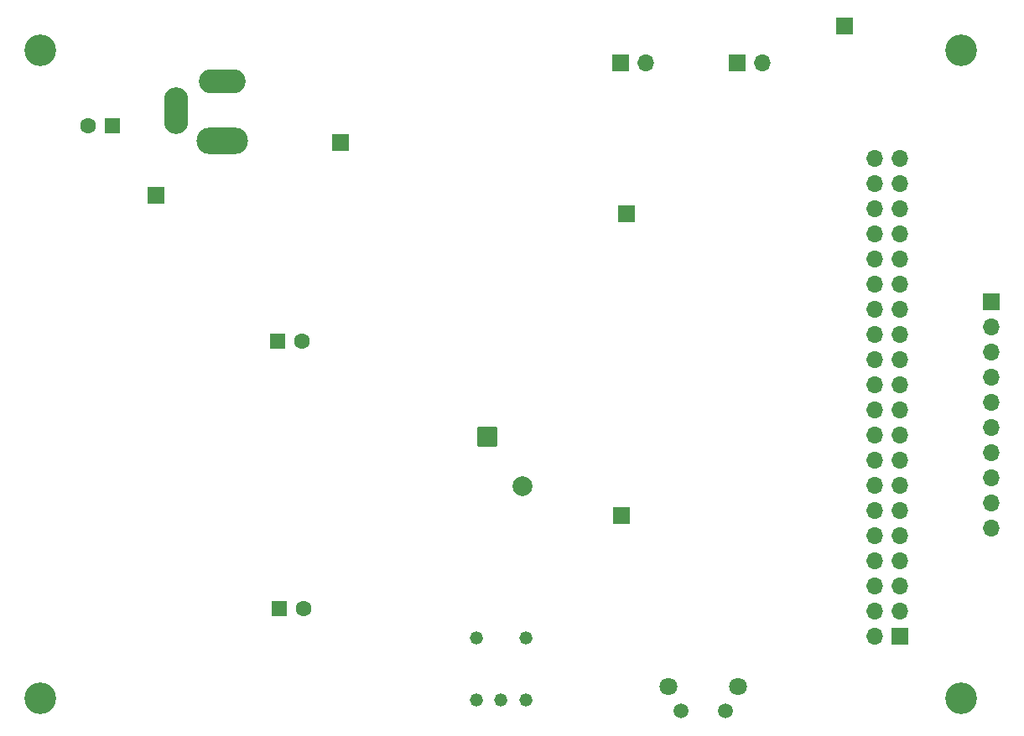
<source format=gbr>
%TF.GenerationSoftware,KiCad,Pcbnew,7.0.5*%
%TF.CreationDate,2024-08-13T10:45:48+03:00*%
%TF.ProjectId,Ateja_V4.1,4174656a-615f-4563-942e-312e6b696361,rev?*%
%TF.SameCoordinates,Original*%
%TF.FileFunction,Soldermask,Bot*%
%TF.FilePolarity,Negative*%
%FSLAX46Y46*%
G04 Gerber Fmt 4.6, Leading zero omitted, Abs format (unit mm)*
G04 Created by KiCad (PCBNEW 7.0.5) date 2024-08-13 10:45:48*
%MOMM*%
%LPD*%
G01*
G04 APERTURE LIST*
G04 Aperture macros list*
%AMRoundRect*
0 Rectangle with rounded corners*
0 $1 Rounding radius*
0 $2 $3 $4 $5 $6 $7 $8 $9 X,Y pos of 4 corners*
0 Add a 4 corners polygon primitive as box body*
4,1,4,$2,$3,$4,$5,$6,$7,$8,$9,$2,$3,0*
0 Add four circle primitives for the rounded corners*
1,1,$1+$1,$2,$3*
1,1,$1+$1,$4,$5*
1,1,$1+$1,$6,$7*
1,1,$1+$1,$8,$9*
0 Add four rect primitives between the rounded corners*
20,1,$1+$1,$2,$3,$4,$5,0*
20,1,$1+$1,$4,$5,$6,$7,0*
20,1,$1+$1,$6,$7,$8,$9,0*
20,1,$1+$1,$8,$9,$2,$3,0*%
G04 Aperture macros list end*
%ADD10C,1.498600*%
%ADD11C,1.803400*%
%ADD12R,1.700000X1.700000*%
%ADD13O,1.700000X1.700000*%
%ADD14C,3.200000*%
%ADD15C,1.320800*%
%ADD16R,1.600000X1.600000*%
%ADD17C,1.600000*%
%ADD18O,5.204000X2.704000*%
%ADD19O,4.704000X2.454000*%
%ADD20O,2.454000X4.704000*%
%ADD21RoundRect,0.102000X-0.900000X-0.900000X0.900000X-0.900000X0.900000X0.900000X-0.900000X0.900000X0*%
%ADD22C,2.004000*%
G04 APERTURE END LIST*
D10*
%TO.C,SW1*%
X84699999Y-85307949D03*
X89200000Y-85307949D03*
D11*
X83444999Y-82817650D03*
X90455000Y-82817650D03*
%TD*%
D12*
%TO.C,J11*%
X78600000Y-19850000D03*
D13*
X81140000Y-19850000D03*
%TD*%
D12*
%TO.C,J10*%
X90400000Y-19825000D03*
D13*
X92940000Y-19825000D03*
%TD*%
D12*
%TO.C,J6*%
X79200000Y-35100000D03*
%TD*%
%TO.C,J1*%
X106800000Y-77760000D03*
D13*
X104260000Y-77760000D03*
X106800000Y-75220000D03*
X104260000Y-75220000D03*
X106800000Y-72680000D03*
X104260000Y-72680000D03*
X106800000Y-70140000D03*
X104260000Y-70140000D03*
X106800000Y-67600000D03*
X104260000Y-67600000D03*
X106800000Y-65060000D03*
X104260000Y-65060000D03*
X106800000Y-62520000D03*
X104260000Y-62520000D03*
X106800000Y-59980000D03*
X104260000Y-59980000D03*
X106800000Y-57440000D03*
X104260000Y-57440000D03*
X106800000Y-54900000D03*
X104260000Y-54900000D03*
X106800000Y-52360000D03*
X104260000Y-52360000D03*
X106800000Y-49820000D03*
X104260000Y-49820000D03*
X106800000Y-47280000D03*
X104260000Y-47280000D03*
X106800000Y-44740000D03*
X104260000Y-44740000D03*
X106800000Y-42200000D03*
X104260000Y-42200000D03*
X106800000Y-39660000D03*
X104260000Y-39660000D03*
X106800000Y-37120000D03*
X104260000Y-37120000D03*
X106800000Y-34580000D03*
X104260000Y-34580000D03*
X106800000Y-32040000D03*
X104260000Y-32040000D03*
X106800000Y-29500000D03*
X104260000Y-29500000D03*
%TD*%
D12*
%TO.C,J5*%
X116025000Y-44000000D03*
D13*
X116025000Y-46540000D03*
X116025000Y-49080000D03*
X116025000Y-51620000D03*
X116025000Y-54160000D03*
X116025000Y-56700000D03*
X116025000Y-59240000D03*
X116025000Y-61780000D03*
X116025000Y-64320000D03*
X116025000Y-66860000D03*
%TD*%
D12*
%TO.C,J7*%
X31700000Y-33200000D03*
%TD*%
D14*
%TO.C,H1*%
X113000000Y-18600000D03*
%TD*%
%TO.C,H2*%
X20000000Y-18600000D03*
%TD*%
D15*
%TO.C,U5*%
X64000000Y-84157600D03*
X66500000Y-84157600D03*
X69000000Y-84157600D03*
X64000000Y-77907601D03*
X69000000Y-77907601D03*
%TD*%
D12*
%TO.C,J9*%
X78700000Y-65600000D03*
%TD*%
D16*
%TO.C,C40*%
X27300000Y-26200000D03*
D17*
X24800000Y-26200000D03*
%TD*%
D18*
%TO.C,J3*%
X38400000Y-27700000D03*
D19*
X38400000Y-21700000D03*
D20*
X33700000Y-24700000D03*
%TD*%
D16*
%TO.C,C25*%
X43925000Y-47925000D03*
D17*
X46425000Y-47925000D03*
%TD*%
D16*
%TO.C,C28*%
X44125000Y-74925000D03*
D17*
X46625000Y-74925000D03*
%TD*%
D21*
%TO.C,J4*%
X65162500Y-57625000D03*
D22*
X68662500Y-62625000D03*
%TD*%
D12*
%TO.C,J2*%
X101200000Y-16100000D03*
%TD*%
%TO.C,J8*%
X50300000Y-27900000D03*
%TD*%
D14*
%TO.C,H4*%
X113000000Y-84000000D03*
%TD*%
%TO.C,H3*%
X20000000Y-84000000D03*
%TD*%
M02*

</source>
